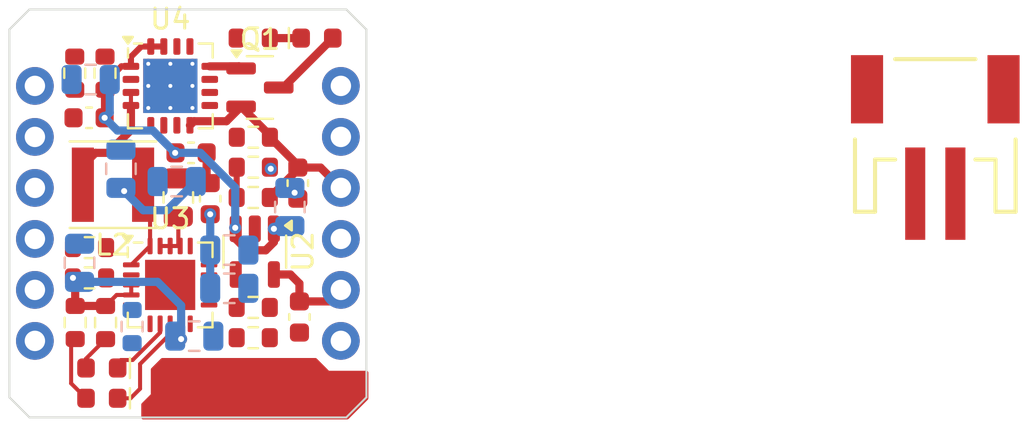
<source format=kicad_pcb>
(kicad_pcb (version 20241229) (generator "pcbnew") (generator_version "9.0")
  (layers (0 "F.Cu" signal) (2 "B.Cu" signal) (13 "F.Paste" user) (15 "B.Paste" user) (5 "F.SilkS" user "F.Silkscreen") (7 "B.SilkS" user "B.Silkscreen") (1 "F.Mask" user) (3 "B.Mask" user) (25 "Edge.Cuts" user))
  (net 0 "")
  (net 8 "VBAT")
  (net 10 "+5V")
  (net 11 "GND")
  (net 12 "Net-(U4-EN)")
  (net 13 "Net-(U4-LBI)")
  (net 14 "Net-(U4-FB)")
  (net 16 "Net-(D1-K)")
  (net 17 "Net-(D1-A)")
  (net 18 "Net-(L2-Pad2)")
  (net 19 "Net-(Q1-B)")
  (net 22 "+3V3")
  (net 24 "Net-(D2-A)")
  (net 25 "Net-(D2-K)")
  (net 26 "Net-(D3-K)")
  (net 27 "Net-(D3-A)")
  (net 29 "VLIPO")
  (net 31 "VUSB")
  (net 32 "Net-(U3-VPCC)")
  (net 33 "Net-(U3-PROG1)")
  (net 34 "Net-(U3-PROG3)")
  (net 35 "Net-(U3-THERM)")
  (footprint "SparkFun-Capacitor:C_0603_1608Metric" (layer "F.Cu") (at 160.416875 97.234375 -90)
    (property "Reference" "C2")
    (property "Value" "4.7uF")
    (fp_line (start -0.14058 0.51) (end 0.14058 0.51) (stroke (width 0.12)) (layer "F.SilkS"))
    (fp_line (start -0.14058 -0.51) (end 0.14058 -0.51) (stroke (width 0.12)) (layer "F.SilkS"))
    (pad "1" smd roundrect (at -0.775 0 270) (size 0.9 0.95) (layers "F.Cu" "F.Mask" "F.Paste") (net 8 "VBAT"))
    (pad "2" smd roundrect (at 0.775 0 270) (size 0.9 0.95) (layers "F.Cu" "F.Mask" "F.Paste") (net 11 "GND"))
  )
  (footprint "SparkFun-Resistor:R_0603_1608Metric" (layer "F.Cu") (at 150.04125 100.44625 180)
    (property "Reference" "R8")
    (property "Value" "1k")
    (fp_line (start -0.237258 0.5225) (end 0.237258 0.5225) (stroke (width 0.12)) (layer "F.SilkS"))
    (fp_line (start -0.237258 -0.5225) (end 0.237258 -0.5225) (stroke (width 0.12)) (layer "F.SilkS"))
    (pad "1" smd roundrect (at -0.825 0 180) (size 0.8 0.95) (layers "F.Cu" "F.Mask" "F.Paste") (net 32 "Net-(U3-VPCC)"))
    (pad "2" smd roundrect (at 0.825 0 180) (size 0.8 0.95) (layers "F.Cu" "F.Mask" "F.Paste") (net 11 "GND"))
  )
  (footprint "SparkFun-Capacitor:C_0805_2012Metric" (layer "F.Cu") (at 154.46375 97.94875 90)
    (property "Reference" "C13")
    (property "Value" "0.1uF")
    (fp_line (start -0.261253 -0.735) (end 0.261253 -0.735) (stroke (width 0.12)) (layer "F.SilkS"))
    (fp_line (start -0.261253 0.735) (end 0.261253 0.735) (stroke (width 0.12)) (layer "F.SilkS"))
    (pad "1" smd roundrect (at -0.949999 0 90) (size 1 1.45) (layers "F.Cu" "F.Mask" "F.Paste") (net 31 "VUSB"))
    (pad "2" smd roundrect (at 0.949999 0 90) (size 1 1.45) (layers "F.Cu" "F.Mask" "F.Paste") (net 11 "GND"))
  )
  (footprint "SparkFun-LED:LED_0603_1608Metric_Green" (layer "F.Cu") (at 150.65375 106.441875 180)
    (property "Reference" "D2")
    (property "Value" "Green")
    (fp_line (start -1.4 -0.5) (end -1.4 0.5) (stroke (width 0.12)) (layer "F.SilkS"))
    (pad "1" smd roundrect (at -0.7875 0 180) (size 0.875 0.95) (layers "F.Cu" "F.Mask" "F.Paste") (net 25 "Net-(D2-K)"))
    (pad "2" smd roundrect (at 0.7875 0 180) (size 0.875 0.95) (layers "F.Cu" "F.Mask" "F.Paste") (net 24 "Net-(D2-A)"))
  )
  (footprint "SparkFun-Connector:1x06" (layer "F.Cu") (at 147.32 92.3925 -90)
    (property "Reference" "J1")
    (property "Value" "Conn_01x06")
    (pad "1" thru_hole circle (at 0 0) (size 1.8796 1.8796) (drill 1.016) (layers "*.Cu" "*.Mask"))
    (pad "2" thru_hole circle (at 2.54 0) (size 1.8796 1.8796) (drill 1.016) (layers "*.Cu" "*.Mask"))
    (pad "3" thru_hole circle (at 5.08 0) (size 1.8796 1.8796) (drill 1.016) (layers "*.Cu" "*.Mask"))
    (pad "4" thru_hole circle (at 7.62 0) (size 1.8796 1.8796) (drill 1.016) (layers "*.Cu" "*.Mask"))
    (pad "5" thru_hole circle (at 10.16 0) (size 1.8796 1.8796) (drill 1.016) (layers "*.Cu" "*.Mask"))
    (pad "6" thru_hole circle (at 12.7 0) (size 1.8796 1.8796) (drill 1.016) (layers "*.Cu" "*.Mask"))
  )
  (footprint "SparkFun-Resistor:R_0603_1608Metric" (layer "F.Cu") (at 150.04125 101.954375)
    (property "Reference" "R7")
    (property "Value" "1k")
    (fp_line (start -0.237258 -0.5225) (end 0.237258 -0.5225) (stroke (width 0.12)) (layer "F.SilkS"))
    (fp_line (start -0.237258 0.5225) (end 0.237258 0.5225) (stroke (width 0.12)) (layer "F.SilkS"))
    (pad "1" smd roundrect (at -0.825 0) (size 0.8 0.95) (layers "F.Cu" "F.Mask" "F.Paste") (net 31 "VUSB"))
    (pad "2" smd roundrect (at 0.825 0) (size 0.8 0.95) (layers "F.Cu" "F.Mask" "F.Paste") (net 32 "Net-(U3-VPCC)"))
  )
  (footprint "Gekkio_Inductor_SMD:L_Sunltech_SLW40xx" (layer "F.Cu") (at 151.209375 97.31375 180)
    (property "Reference" "L2" (at 0 -3 0) (layer "F.SilkS"))
    (property "Value" "6.8uH")
    (fp_line (start 2.154 2.154) (end -2.154 2.154) (stroke (width 0.12)) (layer "F.SilkS"))
    (fp_line (start -2.154 -2.154) (end 2.154 -2.154) (stroke (width 0.12)) (layer "F.SilkS"))
    (pad "1" smd rect (at -1.5 0 180) (size 1.1 3.7) (layers "F.Cu" "F.Mask" "F.Paste") (net 8 "VBAT"))
    (pad "2" smd rect (at 1.5 0 180) (size 1.1 3.7) (layers "F.Cu" "F.Mask" "F.Paste") (net 18 "Net-(L2-Pad2)"))
  )
  (footprint "SparkFun-Resistor:R_0603_1608Metric" (layer "F.Cu") (at 158.194375 97.94875)
    (property "Reference" "R2")
    (property "Value" "1k")
    (fp_line (start -0.237258 -0.5225) (end 0.237258 -0.5225) (stroke (width 0.12)) (layer "F.SilkS"))
    (fp_line (start -0.237258 0.5225) (end 0.237258 0.5225) (stroke (width 0.12)) (layer "F.SilkS"))
    (pad "1" smd roundrect (at -0.825 0) (size 0.8 0.95) (layers "F.Cu" "F.Mask" "F.Paste") (net 13 "Net-(U4-LBI)"))
    (pad "2" smd roundrect (at 0.825 0) (size 0.8 0.95) (layers "F.Cu" "F.Mask" "F.Paste") (net 8 "VBAT"))
  )
  (footprint "SparkFun-Capacitor:C_0603_1608Metric" (layer "F.Cu") (at 155.09875 95.72625)
    (property "Reference" "C3")
    (property "Value" "10uF")
    (fp_line (start -0.14058 -0.51) (end 0.14058 -0.51) (stroke (width 0.12)) (layer "F.SilkS"))
    (fp_line (start -0.14058 0.51) (end 0.14058 0.51) (stroke (width 0.12)) (layer "F.SilkS"))
    (pad "1" smd roundrect (at -0.775 0) (size 0.9 0.95) (layers "F.Cu" "F.Mask" "F.Paste") (net 10 "+5V"))
    (pad "2" smd roundrect (at 0.775 0) (size 0.9 0.95) (layers "F.Cu" "F.Mask" "F.Paste") (net 11 "GND"))
  )
  (footprint "Package_DFN_QFN:Texas_RSA_VQFN-16-1EP_4x4mm_P0.65mm_EP2.7x2.7mm_ThermalVias" (layer "F.Cu") (at 154.066875 92.3925)
    (property "Reference" "U4" (at 0 -3.330001 0) (layer "F.SilkS"))
    (property "Value" "TPS61091")
    (fp_line (start -2.11 -1.41) (end -2.11 -1.87) (stroke (width 0.12)) (layer "F.SilkS"))
    (fp_line (start -2.11 2.11) (end -2.11 1.41) (stroke (width 0.12)) (layer "F.SilkS"))
    (fp_line (start -1.41 -2.11) (end -1.81 -2.11) (stroke (width 0.12)) (layer "F.SilkS"))
    (fp_line (start -1.41 2.11) (end -2.11 2.11) (stroke (width 0.12)) (layer "F.SilkS"))
    (fp_line (start 1.41 -2.11) (end 2.11 -2.11) (stroke (width 0.12)) (layer "F.SilkS"))
    (fp_line (start 1.41 2.11) (end 2.11 2.11) (stroke (width 0.12)) (layer "F.SilkS"))
    (fp_line (start 2.11 -2.11) (end 2.11 -1.41) (stroke (width 0.12)) (layer "F.SilkS"))
    (fp_line (start 2.11 2.11) (end 2.11 1.41) (stroke (width 0.12)) (layer "F.SilkS"))
    (fp_poly (pts (xy -2.11 -2.11) (xy -2.35 -2.44) (xy -1.87 -2.44) (xy -2.11 -2.11)) (stroke (width 0.12)) (fill yes) (layer "F.SilkS"))
    (pad "1" smd roundrect (at -1.9625 -0.975) (size 0.825 0.35) (layers "F.Cu" "F.Mask" "F.Paste") (net 10 "+5V"))
    (pad "2" smd roundrect (at -1.9625 -0.325) (size 0.825 0.35) (layers "F.Cu" "F.Mask" "F.Paste"))
    (pad "3" smd roundrect (at -1.9625 0.325) (size 0.825 0.35) (layers "F.Cu" "F.Mask" "F.Paste") (net 18 "Net-(L2-Pad2)"))
    (pad "4" smd roundrect (at -1.9625 0.975) (size 0.825 0.35) (layers "F.Cu" "F.Mask" "F.Paste") (net 18 "Net-(L2-Pad2)"))
    (pad "5" smd roundrect (at -0.975 1.9625) (size 0.35 0.825) (layers "F.Cu" "F.Mask" "F.Paste") (net 11 "GND"))
    (pad "6" smd roundrect (at -0.325 1.9625) (size 0.35 0.825) (layers "F.Cu" "F.Mask" "F.Paste") (net 11 "GND"))
    (pad "7" smd roundrect (at 0.325 1.9625) (size 0.35 0.825) (layers "F.Cu" "F.Mask" "F.Paste") (net 11 "GND"))
    (pad "8" smd roundrect (at 0.975 1.9625) (size 0.35 0.825) (layers "F.Cu" "F.Mask" "F.Paste") (net 8 "VBAT"))
    (pad "9" smd roundrect (at 1.9625 0.975) (size 0.825 0.35) (layers "F.Cu" "F.Mask" "F.Paste") (net 13 "Net-(U4-LBI)"))
    (pad "10" smd roundrect (at 1.9625 0.325) (size 0.825 0.35) (layers "F.Cu" "F.Mask" "F.Paste") (net 11 "GND"))
    (pad "11" smd roundrect (at 1.9625 -0.325) (size 0.825 0.35) (layers "F.Cu" "F.Mask" "F.Paste") (net 12 "Net-(U4-EN)"))
    (pad "12" smd roundrect (at 1.9625 -0.975) (size 0.825 0.35) (layers "F.Cu" "F.Mask" "F.Paste") (net 19 "Net-(Q1-B)"))
    (pad "13" smd roundrect (at 0.975 -1.9625) (size 0.35 0.825) (layers "F.Cu" "F.Mask" "F.Paste") (net 11 "GND"))
    (pad "14" smd roundrect (at 0.325 -1.9625) (size 0.35 0.825) (layers "F.Cu" "F.Mask" "F.Paste") (net 14 "Net-(U4-FB)"))
    (pad "15" smd roundrect (at -0.325 -1.9625) (size 0.35 0.825) (layers "F.Cu" "F.Mask" "F.Paste") (net 10 "+5V"))
    (pad "16" smd roundrect (at -0.975 -1.9625) (size 0.35 0.825) (layers "F.Cu" "F.Mask" "F.Paste") (net 10 "+5V"))
    (pad "17" thru_hole circle (at -1.1 -1.1) (size 0.5 0.5) (drill 0.2) (property pad_prop_heatsink) (layers "*.Cu") (net 11 "GND"))
    (pad "17" thru_hole circle (at -1.1 0) (size 0.5 0.5) (drill 0.2) (property pad_prop_heatsink) (layers "*.Cu") (net 11 "GND"))
    (pad "17" thru_hole circle (at -1.1 1.1) (size 0.5 0.5) (drill 0.2) (property pad_prop_heatsink) (layers "*.Cu") (net 11 "GND"))
    (pad "17" thru_hole circle (at 0 -1.1) (size 0.5 0.5) (drill 0.2) (property pad_prop_heatsink) (layers "*.Cu") (net 11 "GND"))
    (pad "17" thru_hole circle (at 0 0) (size 0.5 0.5) (drill 0.2) (property pad_prop_heatsink) (layers "*.Cu") (net 11 "GND"))
    (pad "17" smd rect (at 0 0) (size 2.7 2.7) (property pad_prop_heatsink) (layers "F.Cu" "F.Mask") (net 11 "GND"))
    (pad "17" smd rect (at 0 0) (size 2.7 2.7) (property pad_prop_heatsink) (layers "B.Cu") (net 11 "GND"))
    (pad "17" thru_hole circle (at 0 1.1) (size 0.5 0.5) (drill 0.2) (property pad_prop_heatsink) (layers "*.Cu") (net 11 "GND"))
    (pad "17" thru_hole circle (at 1.1 -1.1) (size 0.5 0.5) (drill 0.2) (property pad_prop_heatsink) (layers "*.Cu") (net 11 "GND"))
    (pad "17" thru_hole circle (at 1.1 0) (size 0.5 0.5) (drill 0.2) (property pad_prop_heatsink) (layers "*.Cu") (net 11 "GND"))
    (pad "17" thru_hole circle (at 1.1 1.1) (size 0.5 0.5) (drill 0.2) (property pad_prop_heatsink) (layers "*.Cu") (net 11 "GND"))
  )
  (footprint "SparkFun-Resistor:R_0603_1608Metric" (layer "F.Cu") (at 149.304376 91.7575 -90)
    (property "Reference" "R5")
    (property "Value" "1k")
    (fp_line (start -0.237258 0.5225) (end 0.237258 0.5225) (stroke (width 0.12)) (layer "F.SilkS"))
    (fp_line (start -0.237258 -0.5225) (end 0.237258 -0.5225) (stroke (width 0.12)) (layer "F.SilkS"))
    (pad "1" smd roundrect (at -0.825 0 270) (size 0.8 0.95) (layers "F.Cu" "F.Mask" "F.Paste") (net 14 "Net-(U4-FB)"))
    (pad "2" smd roundrect (at 0.825 0 270) (size 0.8 0.95) (layers "F.Cu" "F.Mask" "F.Paste") (net 11 "GND"))
  )
  (footprint "SparkFun-LED:LED_0603_1608Metric_Green" (layer "F.Cu") (at 161.369375 90.01125)
    (property "Reference" "D1")
    (property "Value" "Green")
    (fp_line (start -1.4 -0.5) (end -1.4 0.5) (stroke (width 0.12)) (layer "F.SilkS"))
    (pad "1" smd roundrect (at -0.7875 0) (size 0.875 0.95) (layers "F.Cu" "F.Mask" "F.Paste") (net 16 "Net-(D1-K)"))
    (pad "2" smd roundrect (at 0.7875 0) (size 0.875 0.95) (layers "F.Cu" "F.Mask" "F.Paste") (net 17 "Net-(D1-A)"))
  )
  (footprint "SparkFun-Resistor:R_0603_1608Metric" (layer "F.Cu") (at 150.84 104.179375 -90)
    (property "Reference" "R12")
    (property "Value" "1k")
    (fp_line (start -0.237258 0.5225) (end 0.237258 0.5225) (stroke (width 0.12)) (layer "F.SilkS"))
    (fp_line (start -0.237258 -0.5225) (end 0.237258 -0.5225) (stroke (width 0.12)) (layer "F.SilkS"))
    (pad "1" smd roundrect (at -0.825 0 270) (size 0.8 0.95) (layers "F.Cu" "F.Mask" "F.Paste") (net 31 "VUSB"))
    (pad "2" smd roundrect (at 0.825 0 270) (size 0.8 0.95) (layers "F.Cu" "F.Mask" "F.Paste") (net 24 "Net-(D2-A)"))
  )
  (footprint "Package_TO_SOT_SMD:SOT-23" (layer "F.Cu") (at 158.526874 92.471875)
    (property "Reference" "Q1" (at 0 -2.4 0) (layer "F.SilkS"))
    (property "Value" "MMUN2133LT1")
    (fp_line (start 0 -1.56) (end -0.65 -1.56) (stroke (width 0.12)) (layer "F.SilkS"))
    (fp_line (start 0 -1.56) (end 0.65 -1.56) (stroke (width 0.12)) (layer "F.SilkS"))
    (fp_line (start 0 1.56) (end -0.65 1.56) (stroke (width 0.12)) (layer "F.SilkS"))
    (fp_line (start 0 1.56) (end 0.65 1.56) (stroke (width 0.12)) (layer "F.SilkS"))
    (fp_poly (pts (xy -1.1625 -1.51) (xy -1.4025 -1.84) (xy -0.9225 -1.84) (xy -1.1625 -1.51)) (stroke (width 0.12)) (fill yes) (layer "F.SilkS"))
    (pad "1" smd roundrect (at -0.9375 -0.95) (size 1.475 0.6) (layers "F.Cu" "F.Mask" "F.Paste") (net 19 "Net-(Q1-B)"))
    (pad "2" smd roundrect (at -0.9375 0.95) (size 1.475 0.6) (layers "F.Cu" "F.Mask" "F.Paste") (net 8 "VBAT"))
    (pad "3" smd roundrect (at 0.9375 0) (size 1.475 0.6) (layers "F.Cu" "F.Mask" "F.Paste") (net 17 "Net-(D1-A)"))
  )
  (footprint "SparkFun-Resistor:R_0603_1608Metric" (layer "F.Cu") (at 150.8125 91.7575 -90)
    (property "Reference" "R4")
    (property "Value" "1k")
    (fp_line (start -0.237258 0.5225) (end 0.237258 0.5225) (stroke (width 0.12)) (layer "F.SilkS"))
    (fp_line (start -0.237258 -0.5225) (end 0.237258 -0.5225) (stroke (width 0.12)) (layer "F.SilkS"))
    (pad "1" smd roundrect (at -0.825 0 270) (size 0.8 0.95) (layers "F.Cu" "F.Mask" "F.Paste") (net 14 "Net-(U4-FB)"))
    (pad "2" smd roundrect (at 0.825 0 270) (size 0.8 0.95) (layers "F.Cu" "F.Mask" "F.Paste") (net 10 "+5V"))
  )
  (footprint "SparkFun-Resistor:R_0603_1608Metric" (layer "F.Cu") (at 149.326875 104.176875 -90)
    (property "Reference" "R13")
    (property "Value" "1k")
    (fp_line (start -0.237258 0.5225) (end 0.237258 0.5225) (stroke (width 0.12)) (layer "F.SilkS"))
    (fp_line (start -0.237258 -0.5225) (end 0.237258 -0.5225) (stroke (width 0.12)) (layer "F.SilkS"))
    (pad "1" smd roundrect (at -0.825 0 270) (size 0.8 0.95) (layers "F.Cu" "F.Mask" "F.Paste") (net 31 "VUSB"))
    (pad "2" smd roundrect (at 0.825 0 270) (size 0.8 0.95) (layers "F.Cu" "F.Mask" "F.Paste") (net 27 "Net-(D3-A)"))
  )
  (footprint "SparkFun-Connector:JST_SMD_2.0mm-2" (layer "F.Cu") (at 192.166875 94.059375)
    (property "Reference" "J3")
    (property "Value" "JST_2mm_LiPo")
    (fp_line (start -4 1) (end -4 4.6) (stroke (width 0.2032)) (layer "F.SilkS"))
    (fp_line (start -4 4.6) (end -3 4.6) (stroke (width 0.2032)) (layer "F.SilkS"))
    (fp_line (start -3 2) (end -2 2) (stroke (width 0.2032)) (layer "F.SilkS"))
    (fp_line (start -3 4.6) (end -3 2) (stroke (width 0.2032)) (layer "F.SilkS"))
    (fp_line (start 2 -3) (end -2 -3) (stroke (width 0.2032)) (layer "F.SilkS"))
    (fp_line (start 2 2) (end 3 2) (stroke (width 0.2032)) (layer "F.SilkS"))
    (fp_line (start 3 2) (end 3 4.6) (stroke (width 0.2032)) (layer "F.SilkS"))
    (fp_line (start 3 4.6) (end 4 4.6) (stroke (width 0.2032)) (layer "F.SilkS"))
    (fp_line (start 4 4.6) (end 4 1) (stroke (width 0.2032)) (layer "F.SilkS"))
    (pad "1" smd rect (at -1 3.7) (size 1 4.6) (layers "F.Cu" "F.Mask" "F.Paste") (net 11 "GND"))
    (pad "2" smd rect (at 1 3.7) (size 1 4.6) (layers "F.Cu" "F.Mask" "F.Paste") (net 29 "VLIPO"))
    (pad "NC1" smd rect (at -3.4 -1.5 90) (size 3.4 1.6) (layers "F.Cu" "F.Mask" "F.Paste"))
    (pad "NC2" smd rect (at 3.4 -1.5 90) (size 3.4 1.6) (layers "F.Cu" "F.Mask" "F.Paste"))
  )
  (footprint "SparkFun-Capacitor:C_0603_1608Metric" (layer "F.Cu") (at 156.05125 98.009375 90)
    (property "Reference" "C14")
    (property "Value" "0.1uF")
    (fp_line (start -0.140581 -0.51) (end 0.140581 -0.51) (stroke (width 0.12)) (layer "F.SilkS"))
    (fp_line (start -0.140581 0.51) (end 0.140581 0.51) (stroke (width 0.12)) (layer "F.SilkS"))
    (pad "1" smd roundrect (at -0.775 0 90) (size 0.9 0.95) (layers "F.Cu" "F.Mask" "F.Paste") (net 29 "VLIPO"))
    (pad "2" smd roundrect (at 0.775 0 90) (size 0.9 0.95) (layers "F.Cu" "F.Mask" "F.Paste") (net 11 "GND"))
  )
  (footprint "SparkFun-Resistor:R_0603_1608Metric" (layer "F.Cu") (at 158.194375 104.93375 180)
    (property "Reference" "R10")
    (property "Value" "1k")
    (fp_line (start -0.237258 0.5225) (end 0.237258 0.5225) (stroke (width 0.12)) (layer "F.SilkS"))
    (fp_line (start -0.237258 -0.5225) (end 0.237258 -0.5225) (stroke (width 0.12)) (layer "F.SilkS"))
    (pad "1" smd roundrect (at -0.825 0 180) (size 0.8 0.95) (layers "F.Cu" "F.Mask" "F.Paste") (net 11 "GND"))
    (pad "2" smd roundrect (at 0.825 0 180) (size 0.8 0.95) (layers "F.Cu" "F.Mask" "F.Paste") (net 34 "Net-(U3-PROG3)"))
  )
  (footprint "SparkFun-Resistor:R_0603_1608Metric" (layer "F.Cu") (at 158.2 96.440625 180)
    (property "Reference" "R3")
    (property "Value" "1k")
    (fp_line (start -0.237258 0.5225) (end 0.237258 0.5225) (stroke (width 0.12)) (layer "F.SilkS"))
    (fp_line (start -0.237258 -0.5225) (end 0.237258 -0.5225) (stroke (width 0.12)) (layer "F.SilkS"))
    (pad "1" smd roundrect (at -0.825 0 180) (size 0.8 0.95) (layers "F.Cu" "F.Mask" "F.Paste") (net 11 "GND"))
    (pad "2" smd roundrect (at 0.825 0 180) (size 0.8 0.95) (layers "F.Cu" "F.Mask" "F.Paste") (net 13 "Net-(U4-LBI)"))
  )
  (footprint "SparkFun-Capacitor:C_0603_1608Metric" (layer "F.Cu") (at 150.01875 93.98 180)
    (property "Reference" "C1")
    (property "Value" "4.7uF")
    (fp_line (start -0.14058 0.51) (end 0.14058 0.51) (stroke (width 0.12)) (layer "F.SilkS"))
    (fp_line (start -0.14058 -0.51) (end 0.14058 -0.51) (stroke (width 0.12)) (layer "F.SilkS"))
    (pad "1" smd roundrect (at -0.775 0 180) (size 0.9 0.95) (layers "F.Cu" "F.Mask" "F.Paste") (net 10 "+5V"))
    (pad "2" smd roundrect (at 0.775 0 180) (size 0.9 0.95) (layers "F.Cu" "F.Mask" "F.Paste") (net 11 "GND"))
  )
  (footprint "SparkFun-Connector:1x06" (layer "F.Cu") (at 162.56 105.0925 90)
    (property "Reference" "J2")
    (property "Value" "Conn_01x06")
    (pad "1" thru_hole circle (at 0 0 180) (size 1.8796 1.8796) (drill 1.016) (layers "*.Cu" "*.Mask"))
    (pad "2" thru_hole circle (at 2.54 0 180) (size 1.8796 1.8796) (drill 1.016) (layers "*.Cu" "*.Mask") (net 22 "+3V3"))
    (pad "3" thru_hole circle (at 5.08 0 180) (size 1.8796 1.8796) (drill 1.016) (layers "*.Cu" "*.Mask") (net 11 "GND"))
    (pad "4" thru_hole circle (at 7.62 0 180) (size 1.8796 1.8796) (drill 1.016) (layers "*.Cu" "*.Mask") (net 8 "VBAT"))
    (pad "5" thru_hole circle (at 10.16 0 180) (size 1.8796 1.8796) (drill 1.016) (layers "*.Cu" "*.Mask"))
    (pad "6" thru_hole circle (at 12.7 0 180) (size 1.8796 1.8796) (drill 1.016) (layers "*.Cu" "*.Mask"))
  )
  (footprint "Package_TO_SOT_SMD:SOT-23-5" (layer "F.Cu") (at 158.27375 100.6475 -90)
    (property "Reference" "U2" (at 0 -2.4 90) (layer "F.SilkS"))
    (property "Value" "AP2112K-3.3")
    (fp_line (start 0 1.56) (end -0.8 1.56) (stroke (width 0.12)) (layer "F.SilkS"))
    (fp_line (start 0 1.56) (end 0.8 1.56) (stroke (width 0.12)) (layer "F.SilkS"))
    (fp_line (start 0 -1.56) (end -0.8 -1.56) (stroke (width 0.12)) (layer "F.SilkS"))
    (fp_line (start 0 -1.56) (end 0.8 -1.56) (stroke (width 0.12)) (layer "F.SilkS"))
    (fp_poly (pts (xy -1.3 -1.51) (xy -1.54 -1.84) (xy -1.06 -1.84) (xy -1.3 -1.51)) (stroke (width 0.12)) (fill yes) (layer "F.SilkS"))
    (pad "1" smd roundrect (at -1.1375 -0.95 270) (size 1.325 0.6) (layers "F.Cu" "F.Mask" "F.Paste") (net 10 "+5V"))
    (pad "2" smd roundrect (at -1.1375 0 270) (size 1.325 0.6) (layers "F.Cu" "F.Mask" "F.Paste") (net 11 "GND"))
    (pad "3" smd roundrect (at -1.1375 0.95 270) (size 1.325 0.6) (layers "F.Cu" "F.Mask" "F.Paste") (net 10 "+5V"))
    (pad "4" smd roundrect (at 1.1375 0.95 270) (size 1.325 0.6) (layers "F.Cu" "F.Mask" "F.Paste"))
    (pad "5" smd roundrect (at 1.1375 -0.95 270) (size 1.325 0.6) (layers "F.Cu" "F.Mask" "F.Paste") (net 22 "+3V3"))
  )
  (footprint "SparkFun-Resistor:R_0603_1608Metric" (layer "F.Cu") (at 158.194375 90.01125)
    (property "Reference" "R6")
    (property "Value" "1k")
    (fp_line (start -0.237258 -0.5225) (end 0.237258 -0.5225) (stroke (width 0.12)) (layer "F.SilkS"))
    (fp_line (start -0.237258 0.5225) (end 0.237258 0.5225) (stroke (width 0.12)) (layer "F.SilkS"))
    (pad "1" smd roundrect (at -0.825 0) (size 0.8 0.95) (layers "F.Cu" "F.Mask" "F.Paste") (net 11 "GND"))
    (pad "2" smd roundrect (at 0.825 0) (size 0.8 0.95) (layers "F.Cu" "F.Mask" "F.Paste") (net 16 "Net-(D1-K)"))
  )
  (footprint "SparkFun-LED:LED_0603_1608Metric_Green" (layer "F.Cu") (at 150.65375 107.95 180)
    (property "Reference" "D3")
    (property "Value" "Green")
    (fp_line (start -1.4 -0.5) (end -1.4 0.5) (stroke (width 0.12)) (layer "F.SilkS"))
    (pad "1" smd roundrect (at -0.7875 0 180) (size 0.875 0.95) (layers "F.Cu" "F.Mask" "F.Paste") (net 26 "Net-(D3-K)"))
    (pad "2" smd roundrect (at 0.7875 0 180) (size 0.875 0.95) (layers "F.Cu" "F.Mask" "F.Paste") (net 27 "Net-(D3-A)"))
  )
  (footprint "SparkFun-Capacitor:C_0603_1608Metric" (layer "F.Cu") (at 160.49625 103.901875 -90)
    (property "Reference" "C4")
    (property "Value" "4.7uF")
    (fp_line (start -0.14058 0.51) (end 0.14058 0.51) (stroke (width 0.12)) (layer "F.SilkS"))
    (fp_line (start -0.14058 -0.51) (end 0.14058 -0.51) (stroke (width 0.12)) (layer "F.SilkS"))
    (pad "1" smd roundrect (at -0.775 0 270) (size 0.9 0.95) (layers "F.Cu" "F.Mask" "F.Paste") (net 22 "+3V3"))
    (pad "2" smd roundrect (at 0.775 0 270) (size 0.9 0.95) (layers "F.Cu" "F.Mask" "F.Paste") (net 11 "GND"))
  )
  (footprint "Package_DFN_QFN:QFN-20-1EP_4x4mm_P0.5mm_EP2.5x2.5mm" (layer "F.Cu") (at 154.056875 102.304375)
    (property "Reference" "U3" (at 0 -3.3 0) (layer "F.SilkS"))
    (property "Value" "MCP73871")
    (fp_line (start -2.11 -1.385) (end -2.11 -1.87) (stroke (width 0.12)) (layer "F.SilkS"))
    (fp_line (start -2.11 2.11) (end -2.11 1.385) (stroke (width 0.12)) (layer "F.SilkS"))
    (fp_line (start -1.385 -2.11) (end -1.81 -2.11) (stroke (width 0.12)) (layer "F.SilkS"))
    (fp_line (start -1.385 2.11) (end -2.11 2.11) (stroke (width 0.12)) (layer "F.SilkS"))
    (fp_line (start 1.385 -2.11) (end 2.11 -2.11) (stroke (width 0.12)) (layer "F.SilkS"))
    (fp_line (start 1.385 2.11) (end 2.11 2.11) (stroke (width 0.12)) (layer "F.SilkS"))
    (fp_line (start 2.11 -2.11) (end 2.11 -1.385) (stroke (width 0.12)) (layer "F.SilkS"))
    (fp_line (start 2.11 2.11) (end 2.11 1.385) (stroke (width 0.12)) (layer "F.SilkS"))
    (fp_poly (pts (xy -2.11 -2.11) (xy -2.35 -2.44) (xy -1.87 -2.44) (xy -2.11 -2.11)) (stroke (width 0.12)) (fill yes) (layer "F.SilkS"))
    (pad "1" smd roundrect (at -1.9375 -1) (size 0.825 0.25) (layers "F.Cu" "F.Mask" "F.Paste") (net 8 "VBAT"))
    (pad "2" smd roundrect (at -1.9375 -0.5) (size 0.825 0.25) (layers "F.Cu" "F.Mask" "F.Paste") (net 32 "Net-(U3-VPCC)"))
    (pad "3" smd roundrect (at -1.9375 0) (size 0.825 0.25) (layers "F.Cu" "F.Mask" "F.Paste") (net 31 "VUSB"))
    (pad "4" smd roundrect (at -1.9375 0.5) (size 0.825 0.25) (layers "F.Cu" "F.Mask" "F.Paste") (net 31 "VUSB"))
    (pad "5" smd roundrect (at -1.9375 1) (size 0.825 0.25) (layers "F.Cu" "F.Mask" "F.Paste") (net 35 "Net-(U3-THERM)"))
    (pad "6" smd roundrect (at -1 1.9375) (size 0.25 0.825) (layers "F.Cu" "F.Mask" "F.Paste"))
    (pad "7" smd roundrect (at -0.5 1.9375) (size 0.25 0.825) (layers "F.Cu" "F.Mask" "F.Paste") (net 25 "Net-(D2-K)"))
    (pad "8" smd roundrect (at 0 1.9375) (size 0.25 0.825) (layers "F.Cu" "F.Mask" "F.Paste") (net 26 "Net-(D3-K)"))
    (pad "9" smd roundrect (at 0.5 1.9375) (size 0.25 0.825) (layers "F.Cu" "F.Mask" "F.Paste") (net 31 "VUSB"))
    (pad "10" smd roundrect (at 1 1.9375) (size 0.25 0.825) (layers "F.Cu" "F.Mask" "F.Paste") (net 11 "GND"))
    (pad "11" smd roundrect (at 1.9375 1) (size 0.825 0.25) (layers "F.Cu" "F.Mask" "F.Paste") (net 11 "GND"))
    (pad "12" smd roundrect (at 1.9375 0.5) (size 0.825 0.25) (layers "F.Cu" "F.Mask" "F.Paste") (net 34 "Net-(U3-PROG3)"))
    (pad "13" smd roundrect (at 1.9375 0) (size 0.825 0.25) (layers "F.Cu" "F.Mask" "F.Paste") (net 33 "Net-(U3-PROG1)"))
    (pad "14" smd roundrect (at 1.9375 -0.5) (size 0.825 0.25) (layers "F.Cu" "F.Mask" "F.Paste") (net 29 "VLIPO"))
    (pad "15" smd roundrect (at 1.9375 -1) (size 0.825 0.25) (layers "F.Cu" "F.Mask" "F.Paste") (net 29 "VLIPO"))
    (pad "16" smd roundrect (at 1 -1.9375) (size 0.25 0.825) (layers "F.Cu" "F.Mask" "F.Paste") (net 29 "VLIPO"))
    (pad "17" smd roundrect (at 0.5 -1.9375) (size 0.25 0.825) (layers "F.Cu" "F.Mask" "F.Paste") (net 31 "VUSB"))
    (pad "18" smd roundrect (at 0 -1.9375) (size 0.25 0.825) (layers "F.Cu" "F.Mask" "F.Paste") (net 31 "VUSB"))
    (pad "19" smd roundrect (at -0.5 -1.9375) (size 0.25 0.825) (layers "F.Cu" "F.Mask" "F.Paste") (net 31 "VUSB"))
    (pad "20" smd roundrect (at -1 -1.9375) (size 0.25 0.825) (layers "F.Cu" "F.Mask" "F.Paste") (net 8 "VBAT"))
    (pad "21" smd rect (at 0 0) (size 2.5 2.5) (property pad_prop_heatsink) (layers "F.Cu" "F.Mask") (net 11 "GND"))
  )
  (footprint "SparkFun-Resistor:R_0603_1608Metric" (layer "F.Cu") (at 158.2 94.949376 180)
    (property "Reference" "R1")
    (property "Value" "1k")
    (fp_line (start -0.237258 0.5225) (end 0.237258 0.5225) (stroke (width 0.12)) (layer "F.SilkS"))
    (fp_line (start -0.237258 -0.5225) (end 0.237258 -0.5225) (stroke (width 0.12)) (layer "F.SilkS"))
    (pad "1" smd roundrect (at -0.825 0 180) (size 0.8 0.95) (layers "F.Cu" "F.Mask" "F.Paste") (net 8 "VBAT"))
    (pad "2" smd roundrect (at 0.825 0 180) (size 0.8 0.95) (layers "F.Cu" "F.Mask" "F.Paste") (net 12 "Net-(U4-EN)"))
  )
  (footprint "SparkFun-Resistor:R_0603_1608Metric" (layer "F.Cu") (at 158.194375 103.425625 180)
    (property "Reference" "R9")
    (property "Value" "1k")
    (fp_line (start -0.237258 0.5225) (end 0.237258 0.5225) (stroke (width 0.12)) (layer "F.SilkS"))
    (fp_line (start -0.237258 -0.5225) (end 0.237258 -0.5225) (stroke (width 0.12)) (layer "F.SilkS"))
    (pad "1" smd roundrect (at -0.825 0 180) (size 0.8 0.95) (layers "F.Cu" "F.Mask" "F.Paste") (net 11 "GND"))
    (pad "2" smd roundrect (at 0.825 0 180) (size 0.8 0.95) (layers "F.Cu" "F.Mask" "F.Paste") (net 33 "Net-(U3-PROG1)"))
  )
  (footprint "SparkFun-Capacitor:C_0805_2012Metric" (layer "B.Cu") (at 160.02 98.425 90)
    (property "Reference" "C9")
    (property "Value" "0.1uF")
    (fp_line (start -0.261253 -0.735) (end 0.261253 -0.735) (stroke (width 0.12)) (layer "B.SilkS"))
    (fp_line (start -0.261253 0.735) (end 0.261253 0.735) (stroke (width 0.12)) (layer "B.SilkS"))
    (pad "1" smd roundrect (at -0.949999 0 90) (size 1 1.45) (layers "B.Cu" "B.Mask" "B.Paste") (net 10 "+5V"))
    (pad "2" smd roundrect (at 0.949999 0 90) (size 1 1.45) (layers "B.Cu" "B.Mask" "B.Paste") (net 11 "GND"))
  )
  (footprint "SparkFun-Capacitor:C_0805_2012Metric" (layer "B.Cu") (at 151.60625 96.52 90)
    (property "Reference" "C10")
    (property "Value" "0.1uF")
    (fp_line (start -0.261253 -0.735) (end 0.261253 -0.735) (stroke (width 0.12)) (layer "B.SilkS"))
    (fp_line (start -0.261253 0.735) (end 0.261253 0.735) (stroke (width 0.12)) (layer "B.SilkS"))
    (pad "1" smd roundrect (at -0.949999 0 90) (size 1 1.45) (layers "B.Cu" "B.Mask" "B.Paste") (net 8 "VBAT"))
    (pad "2" smd roundrect (at 0.949999 0 90) (size 1 1.45) (layers "B.Cu" "B.Mask" "B.Paste") (net 11 "GND"))
  )
  (footprint "SparkFun-Resistor:R_0603_1608Metric" (layer "B.Cu") (at 152.161875 104.378125 90)
    (property "Reference" "R11")
    (property "Value" "1k")
    (fp_line (start -0.237258 -0.5225) (end 0.237258 -0.5225) (stroke (width 0.12)) (layer "B.SilkS"))
    (fp_line (start -0.237258 0.5225) (end 0.237258 0.5225) (stroke (width 0.12)) (layer "B.SilkS"))
    (pad "1" smd roundrect (at -0.825 0 90) (size 0.8 0.95) (layers "B.Cu" "B.Mask" "B.Paste") (net 11 "GND"))
    (pad "2" smd roundrect (at 0.825 0 90) (size 0.8 0.95) (layers "B.Cu" "B.Mask" "B.Paste") (net 35 "Net-(U3-THERM)"))
  )
  (footprint "SparkFun-Capacitor:C_0805_2012Metric" (layer "B.Cu") (at 154.381874 97.155 180)
    (property "Reference" "C8")
    (property "Value" "100uF")
    (fp_line (start -0.261253 0.735) (end 0.261253 0.735) (stroke (width 0.12)) (layer "B.SilkS"))
    (fp_line (start -0.261253 -0.735) (end 0.261253 -0.735) (stroke (width 0.12)) (layer "B.SilkS"))
    (pad "1" smd roundrect (at -0.949999 0 180) (size 1 1.45) (layers "B.Cu" "B.Mask" "B.Paste") (net 8 "VBAT"))
    (pad "2" smd roundrect (at 0.949999 0 180) (size 1 1.45) (layers "B.Cu" "B.Mask" "B.Paste") (net 11 "GND"))
  )
  (footprint "SparkFun-Capacitor:C_0805_2012Metric" (layer "B.Cu") (at 149.5425 101.203125 90)
    (property "Reference" "C6")
    (property "Value" "10uF")
    (fp_line (start -0.261252 -0.735) (end 0.261252 -0.735) (stroke (width 0.12)) (layer "B.SilkS"))
    (fp_line (start -0.261252 0.735) (end 0.261252 0.735) (stroke (width 0.12)) (layer "B.SilkS"))
    (pad "1" smd roundrect (at -0.95 0 90) (size 1 1.45) (layers "B.Cu" "B.Mask" "B.Paste") (net 31 "VUSB"))
    (pad "2" smd roundrect (at 0.95 0 90) (size 1 1.45) (layers "B.Cu" "B.Mask" "B.Paste") (net 11 "GND"))
  )
  (footprint "SparkFun-Capacitor:C_0805_2012Metric" (layer "B.Cu") (at 157.00125 102.473125)
    (property "Reference" "C11")
    (property "Value" "10uF")
    (fp_line (start -0.261252 -0.735) (end 0.261252 -0.735) (stroke (width 0.12)) (layer "B.SilkS"))
    (fp_line (start -0.261252 0.735) (end 0.261252 0.735) (stroke (width 0.12)) (layer "B.SilkS"))
    (pad "1" smd roundrect (at -0.95 0) (size 1 1.45) (layers "B.Cu" "B.Mask" "B.Paste") (net 29 "VLIPO"))
    (pad "2" smd roundrect (at 0.95 0) (size 1 1.45) (layers "B.Cu" "B.Mask" "B.Paste") (net 11 "GND"))
  )
  (footprint "SparkFun-Capacitor:C_0805_2012Metric" (layer "B.Cu") (at 150.098125 92.075 180)
    (property "Reference" "C5")
    (property "Value" "4.7uF")
    (fp_line (start -0.261252 0.735) (end 0.261252 0.735) (stroke (width 0.12)) (layer "B.SilkS"))
    (fp_line (start -0.261252 -0.735) (end 0.261252 -0.735) (stroke (width 0.12)) (layer "B.SilkS"))
    (pad "1" smd roundrect (at -0.95 0 180) (size 1 1.45) (layers "B.Cu" "B.Mask" "B.Paste") (net 10 "+5V"))
    (pad "2" smd roundrect (at 0.95 0 180) (size 1 1.45) (layers "B.Cu" "B.Mask" "B.Paste") (net 11 "GND"))
  )
  (footprint "SparkFun-Capacitor:C_0805_2012Metric" (layer "B.Cu") (at 157.00375 100.568125)
    (property "Reference" "C12")
    (property "Value" "0.1uF")
    (fp_line (start -0.261253 -0.735) (end 0.261253 -0.735) (stroke (width 0.12)) (layer "B.SilkS"))
    (fp_line (start -0.261253 0.735) (end 0.261253 0.735) (stroke (width 0.12)) (layer "B.SilkS"))
    (pad "1" smd roundrect (at -0.949999 0) (size 1 1.45) (layers "B.Cu" "B.Mask" "B.Paste") (net 29 "VLIPO"))
    (pad "2" smd roundrect (at 0.949999 0) (size 1 1.45) (layers "B.Cu" "B.Mask" "B.Paste") (net 11 "GND"))
  )
  (footprint "SparkFun-Capacitor:C_0805_2012Metric" (layer "B.Cu") (at 155.2575 104.854375)
    (property "Reference" "C7")
    (property "Value" "4.7uF")
    (fp_line (start -0.261252 -0.735) (end 0.261252 -0.735) (stroke (width 0.12)) (layer "B.SilkS"))
    (fp_line (start -0.261252 0.735) (end 0.261252 0.735) (stroke (width 0.12)) (layer "B.SilkS"))
    (pad "1" smd roundrect (at -0.95 0) (size 1 1.45) (layers "B.Cu" "B.Mask" "B.Paste") (net 31 "VUSB"))
    (pad "2" smd roundrect (at 0.95 0) (size 1 1.45) (layers "B.Cu" "B.Mask" "B.Paste") (net 11 "GND"))
  )
  (gr_poly (pts (xy 163.83 106.68) (xy 163.83 107.95) (xy 162.8775 108.9025) (xy 152.7175 108.9025) (xy 152.7175 108.2675) (xy 153.19375 107.79125) (xy 153.19375 106.52125) (xy 153.67 106.045) (xy 161.29 106.045) (xy 161.925 106.68)) (stroke (width 0.2)) (fill yes) (layer "F.Cu"))
  (gr_line (start 162.83 88.5825) (end 147.05 88.5825) (stroke (width 0.1)) (layer "Edge.Cuts"))
  (gr_line (start 163.83 89.5825) (end 163.83 107.9025) (stroke (width 0.1)) (layer "Edge.Cuts"))
  (gr_line (start 147.05 88.5825) (end 146.05 89.5825) (stroke (width 0.1)) (layer "Edge.Cuts"))
  (gr_line (start 147.05 108.9025) (end 146.05 107.9025) (stroke (width 0.1)) (layer "Edge.Cuts"))
  (gr_line (start 162.83 88.5825) (end 163.83 89.5825) (stroke (width 0.1)) (layer "Edge.Cuts"))
  (gr_line (start 146.05 89.5825) (end 146.05 107.9025) (stroke (width 0.1)) (layer "Edge.Cuts"))
  (gr_line (start 162.83 108.9025) (end 147.05 108.9025) (stroke (width 0.1)) (layer "Edge.Cuts"))
  (gr_line (start 162.83 108.9025) (end 163.83 107.9025) (stroke (width 0.1)) (layer "Edge.Cuts"))
  (segment (start 157.589374 93.421875) (end 156.861349 94.1499) (width 0.4064) (layer "F.Cu") (net 8))
  (segment (start 159.025 94.949376) (end 159.025 94.857501) (width 0.4064) (layer "F.Cu") (net 8))
  (segment (start 161.546875 96.459375) (end 160.416875 96.459375) (width 0.4064) (layer "F.Cu") (net 8))
  (segment (start 152.391875 97.63125) (end 152.709375 97.31375) (width 0.4064) (layer "F.Cu") (net 8))
  (segment (start 162.56 97.4725) (end 161.546875 96.459375) (width 0.4064) (layer "F.Cu") (net 8))
  (segment (start 160.416875 96.341251) (end 159.025 94.949376) (width 0.4064) (layer "F.Cu") (net 8))
  (segment (start 153.056875 100.366875) (end 153.056875 97.66125) (width 0.2032) (layer "F.Cu") (net 8))
  (segment (start 156.861349 94.1499) (end 155.246975 94.1499) (width 0.4064) (layer "F.Cu") (net 8))
  (segment (start 153.056875 97.66125) (end 152.709375 97.31375) (width 0.2032) (layer "F.Cu") (net 8))
  (segment (start 160.416875 96.459375) (end 160.416875 96.341251) (width 0.4064) (layer "F.Cu") (net 8))
  (segment (start 151.765 97.63125) (end 152.391875 97.63125) (width 0.4064) (layer "F.Cu") (net 8))
  (segment (start 153.056875 100.366875) (end 152.119375 101.304375) (width 0.2032) (layer "F.Cu") (net 8))
  (segment (start 155.246975 94.1499) (end 155.041875 94.355) (width 0.4064) (layer "F.Cu") (net 8))
  (segment (start 159.025 94.857501) (end 157.589374 93.421875) (width 0.4064) (layer "F.Cu") (net 8))
  (segment (start 160.416875 96.459375) (end 160.416875 96.55125) (width 0.4064) (layer "F.Cu") (net 8))
  (segment (start 160.416875 96.55125) (end 159.019375 97.94875) (width 0.4064) (layer "F.Cu") (net 8))
  (via (at 151.765 97.63125) (size 0.6) (drill 0.3) (layers "F.Cu" "B.Cu") (net 8))
  (segment (start 155.331873 97.155) (end 153.903123 98.58375) (width 0.4064) (layer "B.Cu") (net 8))
  (segment (start 153.903123 98.58375) (end 152.7175 98.58375) (width 0.4064) (layer "B.Cu") (net 8))
  (segment (start 152.7175 98.58375) (end 151.765 97.63125) (width 0.4064) (layer "B.Cu") (net 8))
  (segment (start 157.32375 100.01494) (end 157.88871 100.5799) (width 0.4064) (layer "F.Cu") (net 10))
  (segment (start 154.32375 95.72625) (end 154.305 95.72625) (width 0.4064) (layer "F.Cu") (net 10))
  (segment (start 158.816349 100.5799) (end 159.22375 100.172499) (width 0.4064) (layer "F.Cu") (net 10))
  (segment (start 153.091875 90.43) (end 152.616175 90.43) (width 0.3048) (layer "F.Cu") (net 10))
  (segment (start 157.32375 99.48468) (end 157.297665 99.458595) (width 0.4064) (layer "F.Cu") (net 10))
  (segment (start 150.8125 93.96125) (end 150.79375 93.98) (width 0.4064) (layer "F.Cu") (net 10))
  (segment (start 153.741875 90.43) (end 153.091875 90.43) (width 0.3048) (layer "F.Cu") (net 10))
  (segment (start 157.88871 100.5799) (end 158.816349 100.5799) (width 0.4064) (layer "F.Cu") (net 10))
  (segment (start 150.8125 92.5825) (end 150.8125 93.96125) (width 0.4064) (layer "F.Cu") (net 10))
  (segment (start 157.32375 99.51) (end 157.32375 100.01494) (width 0.4064) (layer "F.Cu") (net 10))
  (segment (start 152.104375 90.9418) (end 152.104375 91.4175) (width 0.3048) (layer "F.Cu") (net 10))
  (segment (start 159.22375 100.172499) (end 159.22375 99.51) (width 0.4064) (layer "F.Cu") (net 10))
  (segment (start 152.616175 90.43) (end 152.104375 90.9418) (width 0.3048) (layer "F.Cu") (net 10))
  (segment (start 151.62875 91.4175) (end 150.8125 92.23375) (width 0.3048) (layer "F.Cu") (net 10))
  (segment (start 150.8125 92.23375) (end 150.8125 92.5825) (width 0.3048) (layer "F.Cu") (net 10))
  (segment (start 152.104375 91.4175) (end 151.62875 91.4175) (width 0.3048) (layer "F.Cu") (net 10))
  (segment (start 157.32375 99.51) (end 157.32375 99.48468) (width 0.4064) (layer "F.Cu") (net 10))
  (via (at 159.22375 99.51) (size 0.6) (drill 0.3) (layers "F.Cu" "B.Cu") (net 10))
  (via (at 157.297665 99.458595) (size 0.6) (drill 0.3) (layers "F.Cu" "B.Cu") (net 10))
  (via (at 154.305 95.72625) (size 0.6) (drill 0.3) (layers "F.Cu" "B.Cu") (net 10))
  (via (at 150.79375 93.98) (size 0.6) (drill 0.3) (layers "F.Cu" "B.Cu") (net 10))
  (segment (start 155.564753 95.72625) (end 154.305 95.72625) (width 0.4064) (layer "B.Cu") (net 10))
  (segment (start 154.305 95.72625) (end 153.19375 94.615) (width 0.4064) (layer "B.Cu") (net 10))
  (segment (start 157.297665 97.459162) (end 155.564753 95.72625) (width 0.4064) (layer "B.Cu") (net 10))
  (segment (start 159.358751 99.374999) (end 159.22375 99.51) (width 0.4064) (layer "B.Cu") (net 10))
  (segment (start 153.19375 94.615) (end 151.42875 94.615) (width 0.4064) (layer "B.Cu") (net 10))
  (segment (start 151.42875 94.615) (end 150.79375 93.98) (width 0.4064) (layer "B.Cu") (net 10))
  (segment (start 160.02 99.374999) (end 159.358751 99.374999) (width 0.4064) (layer "B.Cu") (net 10))
  (segment (start 157.297665 99.458595) (end 157.297665 97.459162) (width 0.4064) (layer "B.Cu") (net 10))
  (segment (start 151.048125 93.725625) (end 150.79375 93.98) (width 0.4064) (layer "B.Cu") (net 10))
  (segment (start 151.048125 92.075) (end 151.048125 93.725625) (width 0.4064) (layer "B.Cu") (net 10))
  (segment (start 156.05125 97.234375) (end 154.699374 97.234375) (width 0.4064) (layer "F.Cu") (net 11))
  (segment (start 159.025 96.4775) (end 159.0675 96.52) (width 0.4064) (layer "F.Cu") (net 11))
  (segment (start 159.025 96.440625) (end 159.025 96.4775) (width 0.4064) (layer "F.Cu") (net 11))
  (segment (start 160.416875 98.009375) (end 160.416875 97.871876) (width 0.4064) (layer "F.Cu") (net 11))
  (segment (start 155.87375 97.056875) (end 156.05125 97.234375) (width 0.4064) (layer "F.Cu") (net 11))
  (segment (start 160.416875 97.871876) (end 160.256063 97.711064) (width 0.4064) (layer "F.Cu") (net 11))
  (segment (start 154.699374 97.234375) (end 154.46375 96.998751) (width 0.4064) (layer "F.Cu") (net 11))
  (segment (start 155.87375 95.72625) (end 155.87375 97.056875) (width 0.4064) (layer "F.Cu") (net 11))
  (via (at 159.0675 96.52) (size 0.6) (drill 0.3) (layers "F.Cu" "B.Cu") (net 11))
  (via (at 160.256063 97.711064) (size 0.6) (drill 0.3) (layers "F.Cu" "B.Cu") (net 11))
  (segment (start 157.369375 97.94875) (end 157.369375 96.44625) (width 0.3048) (layer "F.Cu") (net 13))
  (segment (start 157.369375 96.44625) (end 157.375 96.440625) (width 0.3048) (layer "F.Cu") (net 13))
  (segment (start 159.019375 90.01125) (end 160.581875 90.01125) (width 0.4064) (layer "F.Cu") (net 16))
  (segment (start 159.464374 92.471875) (end 159.69625 92.471875) (width 0.4064) (layer "F.Cu") (net 17))
  (segment (start 159.69625 92.471875) (end 162.156875 90.01125) (width 0.4064) (layer "F.Cu") (net 17))
  (segment (start 150.97125 95.72625) (end 152.104375 94.593125) (width 0.4064) (layer "F.Cu") (net 18))
  (segment (start 149.709375 97.31375) (end 149.709375 96.353125) (width 0.4064) (layer "F.Cu") (net 18))
  (segment (start 149.709375 96.353125) (end 150.33625 95.72625) (width 0.4064) (layer "F.Cu") (net 18))
  (segment (start 150.33625 95.72625) (end 150.97125 95.72625) (width 0.4064) (layer "F.Cu") (net 18))
  (segment (start 152.104375 92.7175) (end 152.104375 93.3675) (width 0.2032) (layer "F.Cu") (net 18))
  (segment (start 152.104375 94.593125) (end 152.104375 93.3675) (width 0.4064) (layer "F.Cu") (net 18))
  (segment (start 157.589374 91.521875) (end 157.484999 91.4175) (width 0.4064) (layer "F.Cu") (net 19))
  (segment (start 157.484999 91.4175) (end 156.029375 91.4175) (width 0.4064) (layer "F.Cu") (net 19))
  (segment (start 160.49625 103.126875) (end 161.985625 103.126875) (width 0.4064) (layer "F.Cu") (net 22))
  (segment (start 161.985625 103.126875) (end 162.56 102.5525) (width 0.4064) (layer "F.Cu") (net 22))
  (segment (start 160.49625 102.235) (end 160.49625 103.126875) (width 0.4064) (layer "F.Cu") (net 22))
  (segment (start 159.22375 101.785) (end 160.04625 101.785) (width 0.4064) (layer "F.Cu") (net 22))
  (segment (start 160.04625 101.785) (end 160.49625 102.235) (width 0.4064) (layer "F.Cu") (net 22))
  (segment (start 149.86625 105.978125) (end 150.84 105.004375) (width 0.2) (layer "F.Cu") (net 24))
  (segment (start 149.86625 106.441875) (end 149.86625 105.978125) (width 0.2) (layer "F.Cu") (net 24))
  (segment (start 151.60625 106.045) (end 152.186574 106.045) (width 0.2) (layer "F.Cu") (net 25))
  (segment (start 153.556875 104.674699) (end 153.556875 104.241875) (width 0.2) (layer "F.Cu") (net 25))
  (segment (start 151.44125 106.441875) (end 151.44125 106.21) (width 0.2) (layer "F.Cu") (net 25))
  (segment (start 152.186574 106.045) (end 153.556875 104.674699) (width 0.2) (layer "F.Cu") (net 25))
  (segment (start 151.44125 106.21) (end 151.60625 106.045) (width 0.2) (layer "F.Cu") (net 25))
  (segment (start 152.55875 106.24445) (end 154.056875 104.746325) (width 0.2) (layer "F.Cu") (net 26))
  (segment (start 152.55875 107.47375) (end 152.55875 106.24445) (width 0.2) (layer "F.Cu") (net 26))
  (segment (start 152.0825 107.95) (end 152.55875 107.47375) (width 0.2) (layer "F.Cu") (net 26))
  (segment (start 154.056875 104.746325) (end 154.056875 104.241875) (width 0.2) (layer "F.Cu") (net 26))
  (segment (start 151.44125 107.95) (end 152.0825 107.95) (width 0.2) (layer "F.Cu") (net 26))
  (segment (start 149.12455 107.2083) (end 149.12455 105.2042) (width 0.2) (layer "F.Cu") (net 27))
  (segment (start 149.12455 105.2042) (end 149.326875 105.001875) (width 0.2) (layer "F.Cu") (net 27))
  (segment (start 149.86625 107.95) (end 149.12455 107.2083) (width 0.2) (layer "F.Cu") (net 27))
  (via (at 156.05125 98.784375) (size 0.6) (drill 0.3) (layers "F.Cu" "B.Cu") (net 29))
  (segment (start 156.053751 98.786876) (end 156.05125 98.784375) (width 0.4064) (layer "B.Cu") (net 29))
  (segment (start 156.05125 102.473125) (end 156.05125 100.570626) (width 0.4064) (layer "B.Cu") (net 29))
  (segment (start 156.053751 100.568125) (end 156.053751 98.786876) (width 0.4064) (layer "B.Cu") (net 29))
  (segment (start 156.05125 100.570626) (end 156.053751 100.568125) (width 0.4064) (layer "B.Cu") (net 29))
  (segment (start 153.556875 100.366875) (end 154.556875 100.366875) (width 0.2032) (layer "F.Cu") (net 31))
  (segment (start 149.326875 102.065) (end 149.21625 101.954375) (width 0.4064) (layer "F.Cu") (net 31))
  (segment (start 152.119375 102.304375) (end 152.119375 102.804375) (width 0.2032) (layer "F.Cu") (net 31))
  (segment (start 151.39 102.804375) (end 150.84 103.354375) (width 0.2032) (layer "F.Cu") (net 31))
  (segment (start 154.46375 100.27375) (end 154.556875 100.366875) (width 0.2032) (layer "F.Cu") (net 31))
  (segment (start 149.326875 103.351875) (end 149.326875 102.065) (width 0.4064) (layer "F.Cu") (net 31))
  (segment (start 150.8375 103.351875) (end 150.84 103.354375) (width 0.4064) (layer "F.Cu") (net 31))
  (segment (start 152.119375 102.804375) (end 151.39 102.804375) (width 0.2032) (layer "F.Cu") (net 31))
  (segment (start 149.326875 103.351875) (end 150.8375 103.351875) (width 0.4064) (layer "F.Cu") (net 31))
  (segment (start 154.603143 105.002141) (end 154.603143 104.288143) (width 0.2032) (layer "F.Cu") (net 31))
  (segment (start 154.46375 98.898749) (end 154.46375 100.27375) (width 0.2032) (layer "F.Cu") (net 31))
  (segment (start 154.603143 104.288143) (end 154.556875 104.241875) (width 0.2032) (layer "F.Cu") (net 31))
  (via (at 154.603143 105.002141) (size 0.6) (drill 0.3) (layers "F.Cu" "B.Cu") (net 31))
  (via (at 149.21625 101.954375) (size 0.6) (drill 0.3) (layers "F.Cu" "B.Cu") (net 31))
  (segment (start 154.455377 104.854375) (end 154.603143 105.002141) (width 0.2032) (layer "B.Cu") (net 31))
  (segment (start 153.429375 102.153125) (end 149.5425 102.153125) (width 0.4064) (layer "B.Cu") (net 31))
  (segment (start 149.5425 102.153125) (end 149.415 102.153125) (width 0.4064) (layer "B.Cu") (net 31))
  (segment (start 149.415 102.153125) (end 149.21625 101.954375) (width 0.4064) (layer "B.Cu") (net 31))
  (segment (start 154.603143 105.002141) (end 154.603143 103.326893) (width 0.4064) (layer "B.Cu") (net 31))
  (segment (start 154.603143 103.326893) (end 153.429375 102.153125) (width 0.4064) (layer "B.Cu") (net 31))
  (segment (start 154.3075 104.854375) (end 154.455377 104.854375) (width 0.2032) (layer "B.Cu") (net 31))
)
</source>
